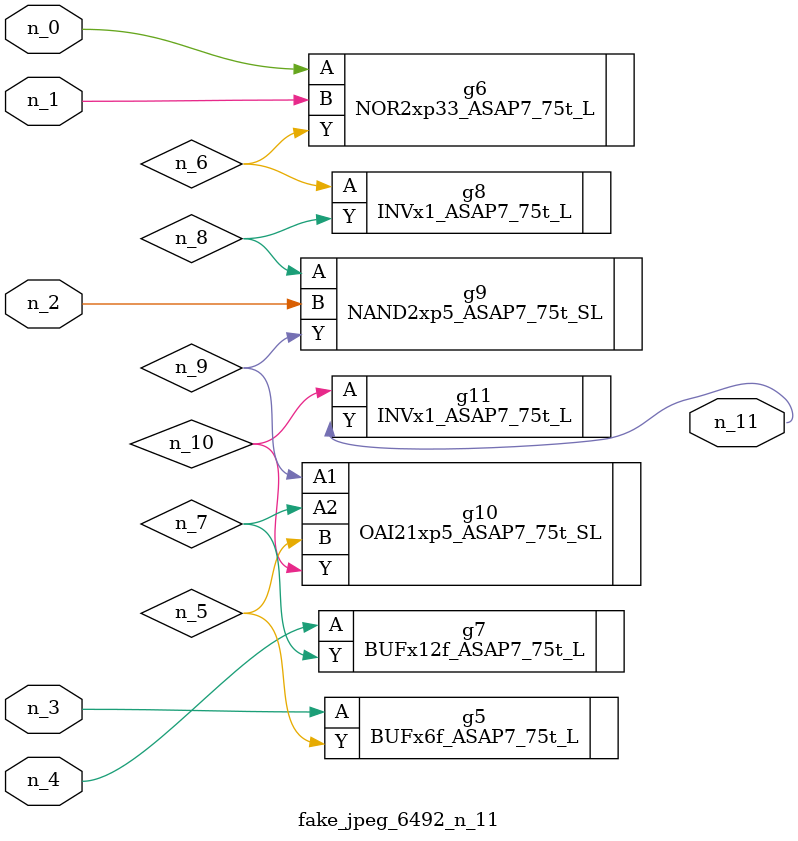
<source format=v>
module fake_jpeg_6492_n_11 (n_3, n_2, n_1, n_0, n_4, n_11);

input n_3;
input n_2;
input n_1;
input n_0;
input n_4;

output n_11;

wire n_10;
wire n_8;
wire n_9;
wire n_6;
wire n_5;
wire n_7;

BUFx6f_ASAP7_75t_L g5 ( 
.A(n_3),
.Y(n_5)
);

NOR2xp33_ASAP7_75t_L g6 ( 
.A(n_0),
.B(n_1),
.Y(n_6)
);

BUFx12f_ASAP7_75t_L g7 ( 
.A(n_4),
.Y(n_7)
);

INVx1_ASAP7_75t_L g8 ( 
.A(n_6),
.Y(n_8)
);

NAND2xp5_ASAP7_75t_SL g9 ( 
.A(n_8),
.B(n_2),
.Y(n_9)
);

OAI21xp5_ASAP7_75t_SL g10 ( 
.A1(n_9),
.A2(n_7),
.B(n_5),
.Y(n_10)
);

INVx1_ASAP7_75t_L g11 ( 
.A(n_10),
.Y(n_11)
);


endmodule
</source>
